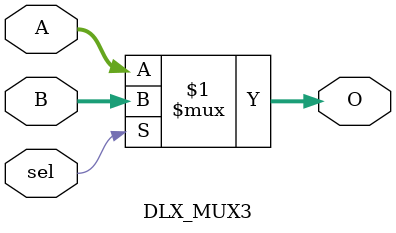
<source format=v>
`timescale 1ns / 1ps
module DLX_MUX3(
    input sel,
    input [2:0] A,
    input [2:0] B,
    output [2:0] O
    );

assign O = (sel) ? B:A;
endmodule

</source>
